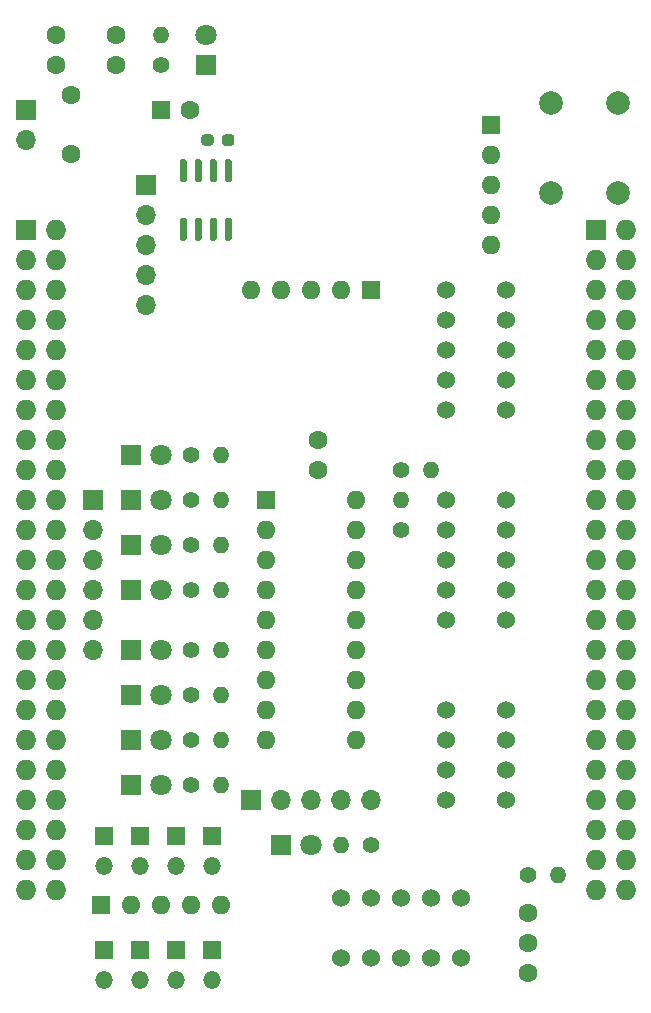
<source format=gbs>
G04 #@! TF.GenerationSoftware,KiCad,Pcbnew,(5.1.6)-1*
G04 #@! TF.CreationDate,2020-08-19T07:45:27+09:00*
G04 #@! TF.ProjectId,ExiCape,45786943-6170-4652-9e6b-696361645f70,Rev.2.0*
G04 #@! TF.SameCoordinates,Original*
G04 #@! TF.FileFunction,Soldermask,Bot*
G04 #@! TF.FilePolarity,Negative*
%FSLAX46Y46*%
G04 Gerber Fmt 4.6, Leading zero omitted, Abs format (unit mm)*
G04 Created by KiCad (PCBNEW (5.1.6)-1) date 2020-08-19 07:45:27*
%MOMM*%
%LPD*%
G01*
G04 APERTURE LIST*
%ADD10O,1.700000X1.700000*%
%ADD11R,1.700000X1.700000*%
%ADD12O,1.400000X1.400000*%
%ADD13C,1.400000*%
%ADD14C,1.800000*%
%ADD15R,1.800000X1.800000*%
%ADD16R,1.600000X1.600000*%
%ADD17O,1.600000X1.600000*%
%ADD18C,1.524000*%
%ADD19C,1.600000*%
%ADD20O,1.500000X1.500000*%
%ADD21R,1.500000X1.500000*%
%ADD22C,2.000000*%
%ADD23R,1.727200X1.727200*%
%ADD24O,1.727200X1.727200*%
G04 APERTURE END LIST*
G04 #@! TO.C,C5*
G36*
G01*
X132290100Y-54524900D02*
X132290100Y-54999900D01*
G75*
G02*
X132052600Y-55237400I-237500J0D01*
G01*
X131477600Y-55237400D01*
G75*
G02*
X131240100Y-54999900I0J237500D01*
G01*
X131240100Y-54524900D01*
G75*
G02*
X131477600Y-54287400I237500J0D01*
G01*
X132052600Y-54287400D01*
G75*
G02*
X132290100Y-54524900I0J-237500D01*
G01*
G37*
G36*
G01*
X134040100Y-54524900D02*
X134040100Y-54999900D01*
G75*
G02*
X133802600Y-55237400I-237500J0D01*
G01*
X133227600Y-55237400D01*
G75*
G02*
X132990100Y-54999900I0J237500D01*
G01*
X132990100Y-54524900D01*
G75*
G02*
X133227600Y-54287400I237500J0D01*
G01*
X133802600Y-54287400D01*
G75*
G02*
X134040100Y-54524900I0J-237500D01*
G01*
G37*
G04 #@! TD*
G04 #@! TO.C,U3*
G36*
G01*
X133665100Y-58342400D02*
X133365100Y-58342400D01*
G75*
G02*
X133215100Y-58192400I0J150000D01*
G01*
X133215100Y-56542400D01*
G75*
G02*
X133365100Y-56392400I150000J0D01*
G01*
X133665100Y-56392400D01*
G75*
G02*
X133815100Y-56542400I0J-150000D01*
G01*
X133815100Y-58192400D01*
G75*
G02*
X133665100Y-58342400I-150000J0D01*
G01*
G37*
G36*
G01*
X132395100Y-58342400D02*
X132095100Y-58342400D01*
G75*
G02*
X131945100Y-58192400I0J150000D01*
G01*
X131945100Y-56542400D01*
G75*
G02*
X132095100Y-56392400I150000J0D01*
G01*
X132395100Y-56392400D01*
G75*
G02*
X132545100Y-56542400I0J-150000D01*
G01*
X132545100Y-58192400D01*
G75*
G02*
X132395100Y-58342400I-150000J0D01*
G01*
G37*
G36*
G01*
X131125100Y-58342400D02*
X130825100Y-58342400D01*
G75*
G02*
X130675100Y-58192400I0J150000D01*
G01*
X130675100Y-56542400D01*
G75*
G02*
X130825100Y-56392400I150000J0D01*
G01*
X131125100Y-56392400D01*
G75*
G02*
X131275100Y-56542400I0J-150000D01*
G01*
X131275100Y-58192400D01*
G75*
G02*
X131125100Y-58342400I-150000J0D01*
G01*
G37*
G36*
G01*
X129855100Y-58342400D02*
X129555100Y-58342400D01*
G75*
G02*
X129405100Y-58192400I0J150000D01*
G01*
X129405100Y-56542400D01*
G75*
G02*
X129555100Y-56392400I150000J0D01*
G01*
X129855100Y-56392400D01*
G75*
G02*
X130005100Y-56542400I0J-150000D01*
G01*
X130005100Y-58192400D01*
G75*
G02*
X129855100Y-58342400I-150000J0D01*
G01*
G37*
G36*
G01*
X129855100Y-63292400D02*
X129555100Y-63292400D01*
G75*
G02*
X129405100Y-63142400I0J150000D01*
G01*
X129405100Y-61492400D01*
G75*
G02*
X129555100Y-61342400I150000J0D01*
G01*
X129855100Y-61342400D01*
G75*
G02*
X130005100Y-61492400I0J-150000D01*
G01*
X130005100Y-63142400D01*
G75*
G02*
X129855100Y-63292400I-150000J0D01*
G01*
G37*
G36*
G01*
X131125100Y-63292400D02*
X130825100Y-63292400D01*
G75*
G02*
X130675100Y-63142400I0J150000D01*
G01*
X130675100Y-61492400D01*
G75*
G02*
X130825100Y-61342400I150000J0D01*
G01*
X131125100Y-61342400D01*
G75*
G02*
X131275100Y-61492400I0J-150000D01*
G01*
X131275100Y-63142400D01*
G75*
G02*
X131125100Y-63292400I-150000J0D01*
G01*
G37*
G36*
G01*
X132395100Y-63292400D02*
X132095100Y-63292400D01*
G75*
G02*
X131945100Y-63142400I0J150000D01*
G01*
X131945100Y-61492400D01*
G75*
G02*
X132095100Y-61342400I150000J0D01*
G01*
X132395100Y-61342400D01*
G75*
G02*
X132545100Y-61492400I0J-150000D01*
G01*
X132545100Y-63142400D01*
G75*
G02*
X132395100Y-63292400I-150000J0D01*
G01*
G37*
G36*
G01*
X133665100Y-63292400D02*
X133365100Y-63292400D01*
G75*
G02*
X133215100Y-63142400I0J150000D01*
G01*
X133215100Y-61492400D01*
G75*
G02*
X133365100Y-61342400I150000J0D01*
G01*
X133665100Y-61342400D01*
G75*
G02*
X133815100Y-61492400I0J-150000D01*
G01*
X133815100Y-63142400D01*
G75*
G02*
X133665100Y-63292400I-150000J0D01*
G01*
G37*
G04 #@! TD*
D10*
G04 #@! TO.C,J8*
X116370100Y-54762400D03*
D11*
X116370100Y-52222400D03*
G04 #@! TD*
D12*
G04 #@! TO.C,R9*
X143040000Y-114452000D03*
D13*
X145580000Y-114452000D03*
G04 #@! TD*
D12*
G04 #@! TO.C,R12*
X150660000Y-82702400D03*
D13*
X148120000Y-82702400D03*
G04 #@! TD*
D12*
G04 #@! TO.C,R11*
X148120000Y-85242400D03*
D13*
X148120000Y-87782400D03*
G04 #@! TD*
D14*
G04 #@! TO.C,D13*
X140500000Y-114452000D03*
D15*
X137960000Y-114452000D03*
G04 #@! TD*
D16*
G04 #@! TO.C,RN1*
X145580000Y-67462400D03*
D17*
X143040000Y-67462400D03*
X140500000Y-67462400D03*
X137960000Y-67462400D03*
X135420000Y-67462400D03*
G04 #@! TD*
D11*
G04 #@! TO.C,J6*
X126530000Y-58572400D03*
D10*
X126530000Y-61112400D03*
X126530000Y-63652400D03*
X126530000Y-66192400D03*
X126530000Y-68732400D03*
G04 #@! TD*
D18*
G04 #@! TO.C,J3*
X151930000Y-67462400D03*
X157010000Y-67462400D03*
X151930000Y-70002400D03*
X157010000Y-70002400D03*
X151930000Y-72542400D03*
X157010000Y-72542400D03*
X151930000Y-75082400D03*
X157010000Y-75082400D03*
X151930000Y-77622400D03*
X157010000Y-77622400D03*
G04 #@! TD*
D17*
G04 #@! TO.C,RN2*
X155740000Y-63652400D03*
X155740000Y-61112400D03*
X155740000Y-58572400D03*
X155740000Y-56032400D03*
D16*
X155740000Y-53492400D03*
G04 #@! TD*
D18*
G04 #@! TO.C,J4*
X153200000Y-118897000D03*
X153200000Y-123977000D03*
X150660000Y-118897000D03*
X150660000Y-123977000D03*
X148120000Y-118897000D03*
X148120000Y-123977000D03*
X145580000Y-118897000D03*
X145580000Y-123977000D03*
X143040000Y-118897000D03*
X143040000Y-123977000D03*
G04 #@! TD*
G04 #@! TO.C,J5*
X157010000Y-110642000D03*
X151930000Y-110642000D03*
X157010000Y-108102000D03*
X151930000Y-108102000D03*
X157010000Y-105562000D03*
X151930000Y-105562000D03*
X157010000Y-103022000D03*
X151930000Y-103022000D03*
G04 #@! TD*
D19*
G04 #@! TO.C,F1*
X120180100Y-55952400D03*
X120180100Y-50952400D03*
G04 #@! TD*
D11*
G04 #@! TO.C,J7*
X122085000Y-85242400D03*
D10*
X122085000Y-87782400D03*
X122085000Y-90322400D03*
X122085000Y-92862400D03*
X122085000Y-95402400D03*
X122085000Y-97942400D03*
G04 #@! TD*
D18*
G04 #@! TO.C,J1*
X151930000Y-85242400D03*
X157010000Y-85242400D03*
X151930000Y-87782400D03*
X157010000Y-87782400D03*
X151930000Y-90322400D03*
X157010000Y-90322400D03*
X151930000Y-92862400D03*
X157010000Y-92862400D03*
X151930000Y-95402400D03*
X157010000Y-95402400D03*
G04 #@! TD*
D10*
G04 #@! TO.C,J2*
X145580000Y-110642000D03*
X143040000Y-110642000D03*
X140500000Y-110642000D03*
X137960000Y-110642000D03*
D11*
X135420000Y-110642000D03*
G04 #@! TD*
D19*
G04 #@! TO.C,C4*
X130300100Y-52222400D03*
D16*
X127800100Y-52222400D03*
G04 #@! TD*
D19*
G04 #@! TO.C,C3*
X123990000Y-45912400D03*
X123990000Y-48412400D03*
G04 #@! TD*
G04 #@! TO.C,C2*
X118910000Y-48412400D03*
X118910000Y-45912400D03*
G04 #@! TD*
D20*
G04 #@! TO.C,D17*
X132118000Y-125882000D03*
D21*
X132118000Y-123342000D03*
G04 #@! TD*
D20*
G04 #@! TO.C,D16*
X132118000Y-116230000D03*
D21*
X132118000Y-113690000D03*
G04 #@! TD*
D20*
G04 #@! TO.C,D15*
X129070000Y-125882000D03*
D21*
X129070000Y-123342000D03*
G04 #@! TD*
D20*
G04 #@! TO.C,D14*
X129070000Y-116230000D03*
D21*
X129070000Y-113690000D03*
G04 #@! TD*
D20*
G04 #@! TO.C,D12*
X126022000Y-125882000D03*
D21*
X126022000Y-123342000D03*
G04 #@! TD*
D20*
G04 #@! TO.C,D11*
X126022000Y-116230000D03*
D21*
X126022000Y-113690000D03*
G04 #@! TD*
D20*
G04 #@! TO.C,D10*
X122974000Y-125882000D03*
D21*
X122974000Y-123342000D03*
G04 #@! TD*
D20*
G04 #@! TO.C,D9*
X122974000Y-116230000D03*
D21*
X122974000Y-113690000D03*
G04 #@! TD*
D17*
G04 #@! TO.C,IC1*
X144310000Y-85242400D03*
X136690000Y-105562400D03*
X144310000Y-87782400D03*
X136690000Y-103022400D03*
X144310000Y-90322400D03*
X136690000Y-100482400D03*
X144310000Y-92862400D03*
X136690000Y-97942400D03*
X144310000Y-95402400D03*
X136690000Y-95402400D03*
X144310000Y-97942400D03*
X136690000Y-92862400D03*
X144310000Y-100482400D03*
X136690000Y-90322400D03*
X144310000Y-103022400D03*
X136690000Y-87782400D03*
X144310000Y-105562400D03*
D16*
X136690000Y-85242400D03*
G04 #@! TD*
D17*
G04 #@! TO.C,RN3*
X132880000Y-119532000D03*
X130340000Y-119532000D03*
X127800000Y-119532000D03*
X125260000Y-119532000D03*
D16*
X122720000Y-119532000D03*
G04 #@! TD*
D19*
G04 #@! TO.C,SW3*
X158915000Y-120167000D03*
X158915000Y-122707000D03*
X158915000Y-125247000D03*
G04 #@! TD*
D22*
G04 #@! TO.C,SW2*
X166535000Y-51587400D03*
X166535000Y-59207400D03*
G04 #@! TD*
G04 #@! TO.C,SW1*
X160820000Y-51587400D03*
X160820000Y-59207400D03*
G04 #@! TD*
D12*
G04 #@! TO.C,R10*
X161455000Y-116992000D03*
D13*
X158915000Y-116992000D03*
G04 #@! TD*
D12*
G04 #@! TO.C,R13*
X127800000Y-45872400D03*
D13*
X127800000Y-48412400D03*
G04 #@! TD*
D12*
G04 #@! TO.C,R8*
X132880000Y-109372000D03*
D13*
X130340000Y-109372000D03*
G04 #@! TD*
D12*
G04 #@! TO.C,R7*
X132880000Y-105562000D03*
D13*
X130340000Y-105562000D03*
G04 #@! TD*
D12*
G04 #@! TO.C,R6*
X132880000Y-101752000D03*
D13*
X130340000Y-101752000D03*
G04 #@! TD*
D12*
G04 #@! TO.C,R5*
X132880000Y-97942400D03*
D13*
X130340000Y-97942400D03*
G04 #@! TD*
D12*
G04 #@! TO.C,R4*
X132880000Y-92862400D03*
D13*
X130340000Y-92862400D03*
G04 #@! TD*
D12*
G04 #@! TO.C,R3*
X132880000Y-89052400D03*
D13*
X130340000Y-89052400D03*
G04 #@! TD*
D12*
G04 #@! TO.C,R2*
X132880000Y-85242400D03*
D13*
X130340000Y-85242400D03*
G04 #@! TD*
D12*
G04 #@! TO.C,R1*
X132880000Y-81432400D03*
D13*
X130340000Y-81432400D03*
G04 #@! TD*
D14*
G04 #@! TO.C,D18*
X131610000Y-45872400D03*
D15*
X131610000Y-48412400D03*
G04 #@! TD*
D14*
G04 #@! TO.C,D8*
X127800000Y-109372000D03*
D15*
X125260000Y-109372000D03*
G04 #@! TD*
D14*
G04 #@! TO.C,D7*
X127800000Y-105562000D03*
D15*
X125260000Y-105562000D03*
G04 #@! TD*
D14*
G04 #@! TO.C,D6*
X127800000Y-101752000D03*
D15*
X125260000Y-101752000D03*
G04 #@! TD*
D14*
G04 #@! TO.C,D5*
X127800000Y-97942400D03*
D15*
X125260000Y-97942400D03*
G04 #@! TD*
D14*
G04 #@! TO.C,D4*
X127800000Y-92862400D03*
D15*
X125260000Y-92862400D03*
G04 #@! TD*
D14*
G04 #@! TO.C,D3*
X127800000Y-89052400D03*
D15*
X125260000Y-89052400D03*
G04 #@! TD*
D14*
G04 #@! TO.C,D2*
X127800000Y-85242400D03*
D15*
X125260000Y-85242400D03*
G04 #@! TD*
D14*
G04 #@! TO.C,D1*
X127800000Y-81432400D03*
D15*
X125260000Y-81432400D03*
G04 #@! TD*
D19*
G04 #@! TO.C,C1*
X141135100Y-82662400D03*
X141135100Y-80162400D03*
G04 #@! TD*
D23*
G04 #@! TO.C,P2*
X164630000Y-62382400D03*
D24*
X167170000Y-62382400D03*
X164630000Y-64922400D03*
X167170000Y-64922400D03*
X164630000Y-67462400D03*
X167170000Y-67462400D03*
X164630000Y-70002400D03*
X167170000Y-70002400D03*
X164630000Y-72542400D03*
X167170000Y-72542400D03*
X164630000Y-75082400D03*
X167170000Y-75082400D03*
X164630000Y-77622400D03*
X167170000Y-77622400D03*
X164630000Y-80162400D03*
X167170000Y-80162400D03*
X164630000Y-82702400D03*
X167170000Y-82702400D03*
X164630000Y-85242400D03*
X167170000Y-85242400D03*
X164630000Y-87782400D03*
X167170000Y-87782400D03*
X164630000Y-90322400D03*
X167170000Y-90322400D03*
X164630000Y-92862400D03*
X167170000Y-92862400D03*
X164630000Y-95402400D03*
X167170000Y-95402400D03*
X164630000Y-97942400D03*
X167170000Y-97942400D03*
X164630000Y-100482400D03*
X167170000Y-100482400D03*
X164630000Y-103022400D03*
X167170000Y-103022400D03*
X164630000Y-105562400D03*
X167170000Y-105562400D03*
X164630000Y-108102400D03*
X167170000Y-108102400D03*
X164630000Y-110642400D03*
X167170000Y-110642400D03*
X164630000Y-113182400D03*
X167170000Y-113182400D03*
X164630000Y-115722400D03*
X167170000Y-115722400D03*
X164630000Y-118262400D03*
X167170000Y-118262400D03*
G04 #@! TD*
D23*
G04 #@! TO.C,P1*
X116370000Y-62382400D03*
D24*
X118910000Y-62382400D03*
X116370000Y-64922400D03*
X118910000Y-64922400D03*
X116370000Y-67462400D03*
X118910000Y-67462400D03*
X116370000Y-70002400D03*
X118910000Y-70002400D03*
X116370000Y-72542400D03*
X118910000Y-72542400D03*
X116370000Y-75082400D03*
X118910000Y-75082400D03*
X116370000Y-77622400D03*
X118910000Y-77622400D03*
X116370000Y-80162400D03*
X118910000Y-80162400D03*
X116370000Y-82702400D03*
X118910000Y-82702400D03*
X116370000Y-85242400D03*
X118910000Y-85242400D03*
X116370000Y-87782400D03*
X118910000Y-87782400D03*
X116370000Y-90322400D03*
X118910000Y-90322400D03*
X116370000Y-92862400D03*
X118910000Y-92862400D03*
X116370000Y-95402400D03*
X118910000Y-95402400D03*
X116370000Y-97942400D03*
X118910000Y-97942400D03*
X116370000Y-100482400D03*
X118910000Y-100482400D03*
X116370000Y-103022400D03*
X118910000Y-103022400D03*
X116370000Y-105562400D03*
X118910000Y-105562400D03*
X116370000Y-108102400D03*
X118910000Y-108102400D03*
X116370000Y-110642400D03*
X118910000Y-110642400D03*
X116370000Y-113182400D03*
X118910000Y-113182400D03*
X116370000Y-115722400D03*
X118910000Y-115722400D03*
X116370000Y-118262400D03*
X118910000Y-118262400D03*
G04 #@! TD*
M02*

</source>
